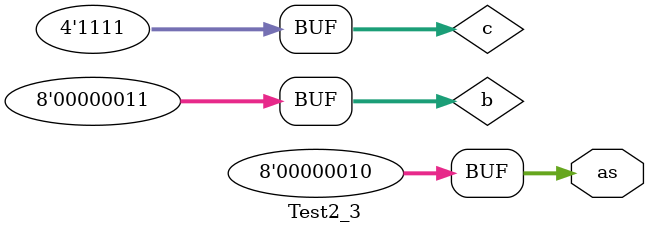
<source format=v>
module Test2_3 (output [7:0] as);
   wire signed [7:0] 	b;
   wire signed [3:0] 	c;
   assign c=-1;  
   assign b=3;   
   assign as=b+c; 
endmodule
</source>
